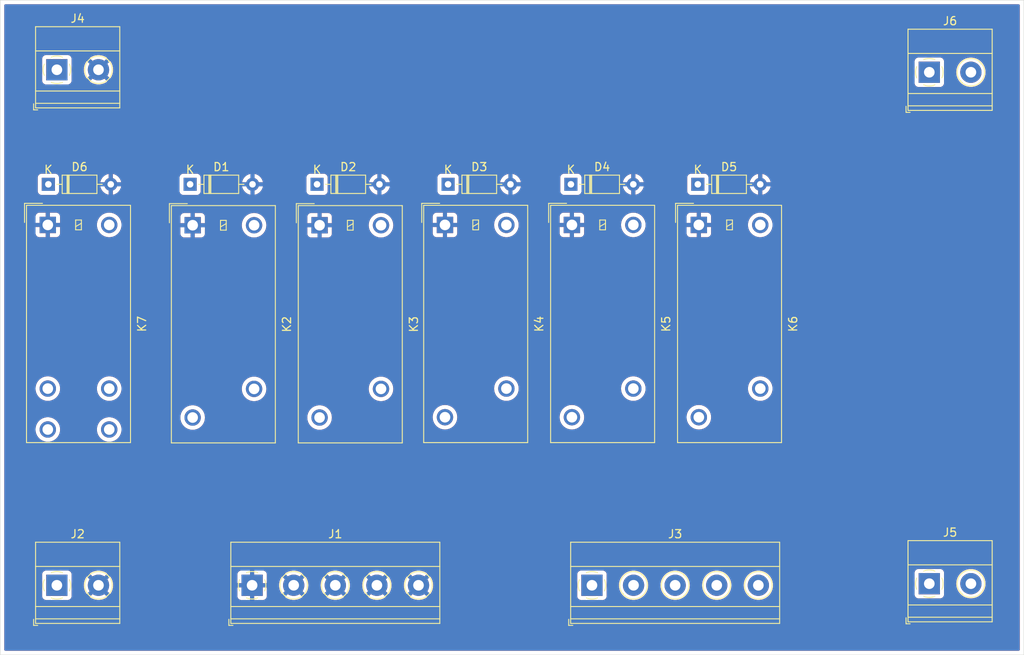
<source format=kicad_pcb>
(kicad_pcb (version 20240108) (generator "pcbnew") (generator_version "8.0")
  (layers (0 "F.Cu" signal) (31 "B.Cu" signal) (34 "B.Paste" user) (35 "F.Paste" user) (36 "B.SilkS" user "B.Silkscreen") (37 "F.SilkS" user "F.Silkscreen") (38 "B.Mask" user) (39 "F.Mask" user) (44 "Edge.Cuts" user))
  (net 0 "")
  (net 1 "/OUT_1")
  (net 2 "GND")
  (net 3 "Net-(F2-Pad1)")
  (net 4 "Net-(F3-Pad1)")
  (net 5 "/OUT_2")
  (net 6 "/OUT_3")
  (net 7 "Net-(F4-Pad1)")
  (net 8 "Net-(F5-Pad1)")
  (net 9 "/OUT_4")
  (net 10 "Net-(F6-Pad1)")
  (net 11 "/OUT_5")
  (net 12 "/+12v Sw")
  (net 13 "Net-(F7-Pad1)")
  (net 14 "Net-(F1-Pad1)")
  (net 15 "/+BATT Sw")
  (net 16 "+12V")
  (net 17 "+BATT")
  (net 18 "-BATT")
  (net 19 "Net-(D1-K)")
  (net 20 "Net-(D2-K)")
  (net 21 "Net-(D3-K)")
  (net 22 "Net-(D4-K)")
  (net 23 "Net-(D5-K)")
  (net 24 "Net-(D6-K)")
  (footprint "Relay_THT:Relay_SPST_Omron_G2RL-1A" (layer "F.Cu") (at 143.8125 75.4625)
    (property "Reference" "K5" (at 11.5 12.1 90) (layer "F.SilkS"))
    (property "Value" "Relay_SPST-NO")
    (fp_line (start -2.84 -2.64) (end -0.65 -2.64) (stroke (width 0.12)) (layer "F.SilkS"))
    (fp_line (start -2.84 -0.3) (end -2.84 -2.64) (stroke (width 0.12)) (layer "F.SilkS"))
    (fp_line (start -2.6 -2.4) (end -2.6 26.6) (stroke (width 0.12)) (layer "F.SilkS"))
    (fp_line (start -2.6 26.6) (end 10.1 26.6) (stroke (width 0.12)) (layer "F.SilkS"))
    (fp_line (start 3.4 -0.6) (end 3.4 0.6) (stroke (width 0.12)) (layer "F.SilkS"))
    (fp_line (start 3.4 0.2) (end 4.1 -0.2) (stroke (width 0.12)) (layer "F.SilkS"))
    (fp_line (start 3.4 0.6) (end 4.1 0.6) (stroke (width 0.12)) (layer "F.SilkS"))
    (fp_line (start 4.1 -0.6) (end 3.4 -0.6) (stroke (width 0.12)) (layer "F.SilkS"))
    (fp_line (start 4.1 0.6) (end 4.1 -0.6) (stroke (width 0.12)) (layer "F.SilkS"))
    (fp_line (start 10.1 -2.4) (end -2.6 -2.4) (stroke (width 0.12)) (layer "F.SilkS"))
    (fp_line (start 10.1 26.6) (end 10.1 -2.4) (stroke (width 0.12)) (layer "F.SilkS"))
    (pad "13" thru_hole circle (at 7.5 20) (size 2 2) (drill 1.3) (layers "*.Cu" "*.Mask") (net 8 "Net-(F5-Pad1)"))
    (pad "14" thru_hole circle (at 0 23.5) (size 2 2) (drill 1.3) (layers "*.Cu" "*.Mask") (net 9 "/OUT_4"))
    (pad "A1" thru_hole rect (at 0 0) (size 2 2) (drill 1.3) (layers "*.Cu" "*.Mask") (net 2 "GND"))
    (pad "A2" thru_hole circle (at 7.5 0) (size 2 2) (drill 1.3) (layers "*.Cu" "*.Mask") (net 22 "Net-(D4-K)"))
  )
  (footprint "TerminalBlock_Phoenix:TerminalBlock_Phoenix_MKDS-1,5-5-5.08_1x05_P5.08mm_Horizontal" (layer "F.Cu") (at 104.76 119.5)
    (property "Reference" "J1" (at 10.16 -6.26 0) (layer "F.SilkS"))
    (property "Value" "Screw_Terminal_01x05")
    (fp_line (start -2.84 4.16) (end -2.84 4.9) (stroke (width 0.12)) (layer "F.SilkS"))
    (fp_line (start -2.84 4.9) (end -2.34 4.9) (stroke (width 0.12)) (layer "F.SilkS"))
    (fp_line (start -2.6 -5.261) (end -2.6 4.66) (stroke (width 0.12)) (layer "F.SilkS"))
    (fp_line (start -2.6 -5.261) (end 22.92 -5.261) (stroke (width 0.12)) (layer "F.SilkS"))
    (fp_line (start -2.6 -2.301) (end 22.92 -2.301) (stroke (width 0.12)) (layer "F.SilkS"))
    (fp_line (start -2.6 2.6) (end 22.92 2.6) (stroke (width 0.12)) (layer "F.SilkS"))
    (fp_line (start -2.6 4.1) (end 22.92 4.1) (stroke (width 0.12)) (layer "F.SilkS"))
    (fp_line (start -2.6 4.66) (end 22.92 4.66) (stroke (width 0.12)) (layer "F.SilkS"))
    (fp_line (start 3.853 1.023) (end 3.806 1.069) (stroke (width 0.12)) (layer "F.SilkS"))
    (fp_line (start 4.046 1.239) (end 4.011 1.274) (stroke (width 0.12)) (layer "F.SilkS"))
    (fp_line (start 6.15 -1.275) (end 6.115 -1.239) (stroke (width 0.12)) (layer "F.SilkS"))
    (fp_line (start 6.355 -1.069) (end 6.308 -1.023) (stroke (width 0.12)) (layer "F.SilkS"))
    (fp_line (start 8.933 1.023) (end 8.886 1.069) (stroke (width 0.12)) (layer "F.SilkS"))
    (fp_line (start 9.126 1.239) (end 9.091 1.274) (stroke (width 0.12)) (layer "F.SilkS"))
    (fp_line (start 11.23 -1.275) (end 11.195 -1.239) (stroke (width 0.12)) (layer "F.SilkS"))
    (fp_line (start 11.435 -1.069) (end 11.388 -1.023) (stroke (width 0.12)) (layer "F.SilkS"))
    (fp_line (start 14.013 1.023) (end 13.966 1.069) (stroke (width 0.12)) (layer "F.SilkS"))
    (fp_line (start 14.206 1.239) (end 14.171 1.274) (stroke (width 0.12)) (layer "F.SilkS"))
    (fp_line (start 16.31 -1.275) (end 16.275 -1.239) (stroke (width 0.12)) (layer "F.SilkS"))
    (fp_line (start 16.515 -1.069) (end 16.468 -1.023) (stroke (width 0.12)) (layer "F.SilkS"))
    (fp_line (start 19.093 1.023) (end 19.046 1.069) (stroke (width 0.12)) (layer "F.SilkS"))
    (fp_line (start 19.286 1.239) (end 19.251 1.274) (stroke (width 0.12)) (layer "F.SilkS"))
    (fp_line (start 21.39 -1.275) (end 21.355 -1.239) (stroke (width 0.12)) (layer "F.SilkS"))
    (fp_line (start 21.595 -1.069) (end 21.548 -1.023) (stroke (width 0.12)) (layer "F.SilkS"))
    (fp_line (start 22.92 -5.261) (end 22.92 4.66) (stroke (width 0.12)) (layer "F.SilkS"))
    (fp_arc (start -1.535427 0.683042) (mid -1.680501 -0.000524) (end -1.535 -0.684) (stroke (width 0.12)) (layer "F.SilkS"))
    (fp_arc (start -0.683042 -1.535427) (mid 0.000524 -1.680501) (end 0.684 -1.535) (stroke (width 0.12)) (layer "F.SilkS"))
    (fp_arc (start 0.028805 1.680253) (mid -0.335551 1.646659) (end -0.684 1.535) (stroke (width 0.12)) (layer "F.SilkS"))
    (fp_arc (start 0.683318 1.534756) (mid 0.349292 1.643288) (end 0 1.68) (stroke (width 0.12)) (layer "F.SilkS"))
    (fp_arc (start 1.535427 -0.683042) (mid 1.680501 0.000524) (end 1.535 0.684) (stroke (width 0.12)) (layer "F.SilkS"))
    (fp_circle (center 5.08 0) (end 6.76 0) (stroke (width 0.12)) (fill none) (layer "F.SilkS"))
    (fp_circle (center 10.16 0) (end 11.84 0) (stroke (width 0.12)) (fill none) (layer "F.SilkS"))
    (fp_circle (center 15.24 0) (end 16.92 0) (stroke (width 0.12)) (fill none) (layer "F.SilkS"))
    (fp_circle (center 20.32 0) (end 22 0) (stroke (width 0.12)) (fill none) (layer "F.SilkS"))
    (pad "1" thru_hole rect (at 0 0) (size 2.6 2.6) (drill 1.3) (layers "*.Cu" "*.Mask") (net 2 "GND"))
    (pad "2" thru_hole circle (at 5.08 0) (size 2.6 2.6) (drill 1.3) (layers "*.Cu" "*.Mask") (net 2 "GND"))
    (pad "3" thru_hole circle (at 10.16 0) (size 2.6 2.6) (drill 1.3) (layers "*.Cu" "*.Mask") (net 2 "GND"))
    (pad "4" thru_hole circle (at 15.24 0) (size 2.6 2.6) (drill 1.3) (layers "*.Cu" "*.Mask") (net 2 "GND"))
    (pad "5" thru_hole circle (at 20.32 0) (size 2.6 2.6) (drill 1.3) (layers "*.Cu" "*.Mask") (net 2 "GND"))
  )
  (footprint "Diode_THT:D_DO-35_SOD27_P7.62mm_Horizontal" (layer "F.Cu") (at 159.19 70.5)
    (property "Reference" "D5" (at 3.81 -2.12 0) (layer "F.SilkS"))
    (property "Value" "1N4148")
    (fp_line (start 1.04 0) (end 1.69 0) (stroke (width 0.12)) (layer "F.SilkS"))
    (fp_line (start 1.69 -1.12) (end 1.69 1.12) (stroke (width 0.12)) (layer "F.SilkS"))
    (fp_line (start 1.69 1.12) (end 5.93 1.12) (stroke (width 0.12)) (layer "F.SilkS"))
    (fp_line (start 2.29 -1.12) (end 2.29 1.12) (stroke (width 0.12)) (layer "F.SilkS"))
    (fp_line (start 2.41 -1.12) (end 2.41 1.12) (stroke (width 0.12)) (layer "F.SilkS"))
    (fp_line (start 2.53 -1.12) (end 2.53 1.12) (stroke (width 0.12)) (layer "F.SilkS"))
    (fp_line (start 5.93 -1.12) (end 1.69 -1.12) (stroke (width 0.12)) (layer "F.SilkS"))
    (fp_line (start 5.93 1.12) (end 5.93 -1.12) (stroke (width 0.12)) (layer "F.SilkS"))
    (fp_line (start 6.58 0) (end 5.93 0) (stroke (width 0.12)) (layer "F.SilkS"))
    (fp_text user "K" (at 0 -1.8 0) (layer "F.SilkS"))
    (pad "1" thru_hole rect (at 0 0) (size 1.6 1.6) (drill 0.8) (layers "*.Cu" "*.Mask") (net 23 "Net-(D5-K)"))
    (pad "2" thru_hole oval (at 7.62 0) (size 1.6 1.6) (drill 0.8) (layers "*.Cu" "*.Mask") (net 2 "GND"))
  )
  (footprint "Relay_THT:Relay_SPST_Omron_G2RL-1A" (layer "F.Cu") (at 159.3125 75.4625)
    (property "Reference" "K6" (at 11.5 12.1 90) (layer "F.SilkS"))
    (property "Value" "Relay_SPST-NO")
    (fp_line (start -2.84 -2.64) (end -0.65 -2.64) (stroke (width 0.12)) (layer "F.SilkS"))
    (fp_line (start -2.84 -0.3) (end -2.84 -2.64) (stroke (width 0.12)) (layer "F.SilkS"))
    (fp_line (start -2.6 -2.4) (end -2.6 26.6) (stroke (width 0.12)) (layer "F.SilkS"))
    (fp_line (start -2.6 26.6) (end 10.1 26.6) (stroke (width 0.12)) (layer "F.SilkS"))
    (fp_line (start 3.4 -0.6) (end 3.4 0.6) (stroke (width 0.12)) (layer "F.SilkS"))
    (fp_line (start 3.4 0.2) (end 4.1 -0.2) (stroke (width 0.12)) (layer "F.SilkS"))
    (fp_line (start 3.4 0.6) (end 4.1 0.6) (stroke (width 0.12)) (layer "F.SilkS"))
    (fp_line (start 4.1 -0.6) (end 3.4 -0.6) (stroke (width 0.12)) (layer "F.SilkS"))
    (fp_line (start 4.1 0.6) (end 4.1 -0.6) (stroke (width 0.12)) (layer "F.SilkS"))
    (fp_line (start 10.1 -2.4) (end -2.6 -2.4) (stroke (width 0.12)) (layer "F.SilkS"))
    (fp_line (start 10.1 26.6) (end 10.1 -2.4) (stroke (width 0.12)) (layer "F.SilkS"))
    (pad "13" thru_hole circle (at 7.5 20) (size 2 2) (drill 1.3) (layers "*.Cu" "*.Mask") (net 10 "Net-(F6-Pad1)"))
    (pad "14" thru_hole circle (at 0 23.5) (size 2 2) (drill 1.3) (layers "*.Cu" "*.Mask") (net 11 "/OUT_5"))
    (pad "A1" thru_hole rect (at 0 0) (size 2 2) (drill 1.3) (layers "*.Cu" "*.Mask") (net 2 "GND"))
    (pad "A2" thru_hole circle (at 7.5 0) (size 2 2) (drill 1.3) (layers "*.Cu" "*.Mask") (net 23 "Net-(D5-K)"))
  )
  (footprint "TerminalBlock_Phoenix:TerminalBlock_Phoenix_MKDS-1,5-2-5.08_1x02_P5.08mm_Horizontal" (layer "F.Cu") (at 80.92 119.5)
    (property "Reference" "J2" (at 2.54 -6.26 0) (layer "F.SilkS"))
    (property "Value" "Screw_Terminal_01x02")
    (fp_line (start -2.84 4.16) (end -2.84 4.9) (stroke (width 0.12)) (layer "F.SilkS"))
    (fp_line (start -2.84 4.9) (end -2.34 4.9) (stroke (width 0.12)) (layer "F.SilkS"))
    (fp_line (start -2.6 -5.261) (end -2.6 4.66) (stroke (width 0.12)) (layer "F.SilkS"))
    (fp_line (start -2.6 -5.261) (end 7.68 -5.261) (stroke (width 0.12)) (layer "F.SilkS"))
    (fp_line (start -2.6 -2.301) (end 7.68 -2.301) (stroke (width 0.12)) (layer "F.SilkS"))
    (fp_line (start -2.6 2.6) (end 7.68 2.6) (stroke (width 0.12)) (layer "F.SilkS"))
    (fp_line (start -2.6 4.1) (end 7.68 4.1) (stroke (width 0.12)) (layer "F.SilkS"))
    (fp_line (start -2.6 4.66) (end 7.68 4.66) (stroke (width 0.12)) (layer "F.SilkS"))
    (fp_line (start 3.853 1.023) (end 3.806 1.069) (stroke (width 0.12)) (layer "F.SilkS"))
    (fp_line (start 4.046 1.239) (end 4.011 1.274) (stroke (width 0.12)) (layer "F.SilkS"))
    (fp_line (start 6.15 -1.275) (end 6.115 -1.239) (stroke (width 0.12)) (layer "F.SilkS"))
    (fp_line (start 6.355 -1.069) (end 6.308 -1.023) (stroke (width 0.12)) (layer "F.SilkS"))
    (fp_line (start 7.68 -5.261) (end 7.68 4.66) (stroke (width 0.12)) (layer "F.SilkS"))
    (fp_arc (start -1.535427 0.683042) (mid -1.680501 -0.000524) (end -1.535 -0.684) (stroke (width 0.12)) (layer "F.SilkS"))
    (fp_arc (start -0.683042 -1.535427) (mid 0.000524 -1.680501) (end 0.684 -1.535) (stroke (width 0.12)) (layer "F.SilkS"))
    (fp_arc (start 0.028805 1.680253) (mid -0.335551 1.646659) (end -0.684 1.535) (stroke (width 0.12)) (layer "F.SilkS"))
    (fp_arc (start 0.683318 1.534756) (mid 0.349292 1.643288) (end 0 1.68) (stroke (width 0.12)) (layer "F.SilkS"))
    (fp_arc (start 1.535427 -0.683042) (mid 1.680501 0.000524) (end 1.535 0.684) (stroke (width 0.12)) (layer "F.SilkS"))
    (fp_circle (center 5.08 0) (end 6.76 0) (stroke (width 0.12)) (fill none) (layer "F.SilkS"))
    (pad "1" thru_hole rect (at 0 0) (size 2.6 2.6) (drill 1.3) (layers "*.Cu" "*.Mask") (net 16 "+12V"))
    (pad "2" thru_hole circle (at 5.08 0) (size 2.6 2.6) (drill 1.3) (layers "*.Cu" "*.Mask") (net 2 "GND"))
  )
  (footprint "TerminalBlock_Phoenix:TerminalBlock_Phoenix_MKDS-1,5-2-5.08_1x02_P5.08mm_Horizontal" (layer "F.Cu") (at 80.92 56.5)
    (property "Reference" "J4" (at 2.54 -6.26 0) (layer "F.SilkS"))
    (property "Value" "Screw_Terminal_01x02")
    (fp_line (start -2.84 4.16) (end -2.84 4.9) (stroke (width 0.12)) (layer "F.SilkS"))
    (fp_line (start -2.84 4.9) (end -2.34 4.9) (stroke (width 0.12)) (layer "F.SilkS"))
    (fp_line (start -2.6 -5.261) (end -2.6 4.66) (stroke (width 0.12)) (layer "F.SilkS"))
    (fp_line (start -2.6 -5.261) (end 7.68 -5.261) (stroke (width 0.12)) (layer "F.SilkS"))
    (fp_line (start -2.6 -2.301) (end 7.68 -2.301) (stroke (width 0.12)) (layer "F.SilkS"))
    (fp_line (start -2.6 2.6) (end 7.68 2.6) (stroke (width 0.12)) (layer "F.SilkS"))
    (fp_line (start -2.6 4.1) (end 7.68 4.1) (stroke (width 0.12)) (layer "F.SilkS"))
    (fp_line (start -2.6 4.66) (end 7.68 4.66) (stroke (width 0.12)) (layer "F.SilkS"))
    (fp_line (start 3.853 1.023) (end 3.806 1.069) (stroke (width 0.12)) (layer "F.SilkS"))
    (fp_line (start 4.046 1.239) (end 4.011 1.274) (stroke (width 0.12)) (layer "F.SilkS"))
    (fp_line (start 6.15 -1.275) (end 6.115 -1.239) (stroke (width 0.12)) (layer "F.SilkS"))
    (fp_line (start 6.355 -1.069) (end 6.308 -1.023) (stroke (width 0.12)) (layer "F.SilkS"))
    (fp_line (start 7.68 -5.261) (end 7.68 4.66) (stroke (width 0.12)) (layer "F.SilkS"))
    (fp_arc (start -1.535427 0.683042) (mid -1.680501 -0.000524) (end -1.535 -0.684) (stroke (width 0.12)) (layer "F.SilkS"))
    (fp_arc (start -0.683042 -1.535427) (mid 0.000524 -1.680501) (end 0.684 -1.535) (stroke (width 0.12)) (layer "F.SilkS"))
    (fp_arc (start 0.028805 1.680253) (mid -0.335551 1.646659) (end -0.684 1.535) (stroke (width 0.12)) (layer "F.SilkS"))
    (fp_arc (start 0.683318 1.534756) (mid 0.349292 1.643288) (end 0 1.68) (stroke (width 0.12)) (layer "F.SilkS"))
    (fp_arc (start 1.535427 -0.683042) (mid 1.680501 0.000524) (end 1.535 0.684) (stroke (width 0.12)) (layer "F.SilkS"))
    (fp_circle (center 5.08 0) (end 6.76 0) (stroke (width 0.12)) (fill none) (layer "F.SilkS"))
    (pad "1" thru_hole rect (at 0 0) (size 2.6 2.6) (drill 1.3) (layers "*.Cu" "*.Mask") (net 12 "/+12v Sw"))
    (pad "2" thru_hole circle (at 5.08 0) (size 2.6 2.6) (drill 1.3) (layers "*.Cu" "*.Mask") (net 2 "GND"))
  )
  (footprint "Diode_THT:D_DO-35_SOD27_P7.62mm_Horizontal" (layer "F.Cu") (at 79.88 70.5)
    (property "Reference" "D6" (at 3.81 -2.12 0) (layer "F.SilkS"))
    (property "Value" "1N4148")
    (fp_line (start 1.04 0) (end 1.69 0) (stroke (width 0.12)) (layer "F.SilkS"))
    (fp_line (start 1.69 -1.12) (end 1.69 1.12) (stroke (width 0.12)) (layer "F.SilkS"))
    (fp_line (start 1.69 1.12) (end 5.93 1.12) (stroke (width 0.12)) (layer "F.SilkS"))
    (fp_line (start 2.29 -1.12) (end 2.29 1.12) (stroke (width 0.12)) (layer "F.SilkS"))
    (fp_line (start 2.41 -1.12) (end 2.41 1.12) (stroke (width 0.12)) (layer "F.SilkS"))
    (fp_line (start 2.53 -1.12) (end 2.53 1.12) (stroke (width 0.12)) (layer "F.SilkS"))
    (fp_line (start 5.93 -1.12) (end 1.69 -1.12) (stroke (width 0.12)) (layer "F.SilkS"))
    (fp_line (start 5.93 1.12) (end 5.93 -1.12) (stroke (width 0.12)) (layer "F.SilkS"))
    (fp_line (start 6.58 0) (end 5.93 0) (stroke (width 0.12)) (layer "F.SilkS"))
    (fp_text user "K" (at 0 -1.8 0) (layer "F.SilkS"))
    (pad "1" thru_hole rect (at 0 0) (size 1.6 1.6) (drill 0.8) (layers "*.Cu" "*.Mask") (net 24 "Net-(D6-K)"))
    (pad "2" thru_hole oval (at 7.62 0) (size 1.6 1.6) (drill 0.8) (layers "*.Cu" "*.Mask") (net 2 "GND"))
  )
  (footprint "TerminalBlock_Phoenix:TerminalBlock_Phoenix_MKDS-1,5-2-5.08_1x02_P5.08mm_Horizontal" (layer "F.Cu") (at 187.455 119.305)
    (property "Reference" "J5" (at 2.54 -6.26 0) (layer "F.SilkS"))
    (property "Value" "Screw_Terminal_01x02")
    (fp_line (start -2.84 4.16) (end -2.84 4.9) (stroke (width 0.12)) (layer "F.SilkS"))
    (fp_line (start -2.84 4.9) (end -2.34 4.9) (stroke (width 0.12)) (layer "F.SilkS"))
    (fp_line (start -2.6 -5.261) (end -2.6 4.66) (stroke (width 0.12)) (layer "F.SilkS"))
    (fp_line (start -2.6 -5.261) (end 7.68 -5.261) (stroke (width 0.12)) (layer "F.SilkS"))
    (fp_line (start -2.6 -2.301) (end 7.68 -2.301) (stroke (width 0.12)) (layer "F.SilkS"))
    (fp_line (start -2.6 2.6) (end 7.68 2.6) (stroke (width 0.12)) (layer "F.SilkS"))
    (fp_line (start -2.6 4.1) (end 7.68 4.1) (stroke (width 0.12)) (layer "F.SilkS"))
    (fp_line (start -2.6 4.66) (end 7.68 4.66) (stroke (width 0.12)) (layer "F.SilkS"))
    (fp_line (start 3.853 1.023) (end 3.806 1.069) (stroke (width 0.12)) (layer "F.SilkS"))
    (fp_line (start 4.046 1.239) (end 4.011 1.274) (stroke (width 0.12)) (layer "F.SilkS"))
    (fp_line (start 6.15 -1.275) (end 6.115 -1.239) (stroke (width 0.12)) (layer "F.SilkS"))
    (fp_line (start 6.355 -1.069) (end 6.308 -1.023) (stroke (width 0.12)) (layer "F.SilkS"))
    (fp_line (start 7.68 -5.261) (end 7.68 4.66) (stroke (width 0.12)) (layer "F.SilkS"))
    (fp_arc (start -1.535427 0.683042) (mid -1.680501 -0.000524) (end -1.535 -0.684) (stroke (width 0.12)) (layer "F.SilkS"))
    (fp_arc (start -0.683042 -1.535427) (mid 0.000524 -1.680501) (end 0.684 -1.535) (stroke (width 0.12)) (layer "F.SilkS"))
    (fp_arc (start 0.028805 1.680253) (mid -0.335551 1.646659) (end -0.684 1.535) (stroke (width 0.12)) (layer "F.SilkS"))
    (fp_arc (start 0.683318 1.534756) (mid 0.349292 1.643288) (end 0 1.68) (stroke (width 0.12)) (layer "F.SilkS"))
    (fp_arc (start 1.535427 -0.683042) (mid 1.680501 0.000524) (end 1.535 0.684) (stroke (width 0.12)) (layer "F.SilkS"))
    (fp_circle (center 5.08 0) (end 6.76 0) (stroke (width 0.12)) (fill none) (layer "F.SilkS"))
    (pad "1" thru_hole rect (at 0 0) (size 2.6 2.6) (drill 1.3) (layers "*.Cu" "*.Mask") (net 17 "+BATT"))
    (pad "2" thru_hole circle (at 5.08 0) (size 2.6 2.6) (drill 1.3) (layers "*.Cu" "*.Mask") (net 18 "-BATT"))
  )
  (footprint "TerminalBlock_Phoenix:TerminalBlock_Phoenix_MKDS-1,5-2-5.08_1x02_P5.08mm_Horizontal" (layer "F.Cu") (at 187.455 56.805)
    (property "Reference" "J6" (at 2.54 -6.26 0) (layer "F.SilkS"))
    (property "Value" "Screw_Terminal_01x02")
    (fp_line (start -2.84 4.16) (end -2.84 4.9) (stroke (width 0.12)) (layer "F.SilkS"))
    (fp_line (start -2.84 4.9) (end -2.34 4.9) (stroke (width 0.12)) (layer "F.SilkS"))
    (fp_line (start -2.6 -5.261) (end -2.6 4.66) (stroke (width 0.12)) (layer "F.SilkS"))
    (fp_line (start -2.6 -5.261) (end 7.68 -5.261) (stroke (width 0.12)) (layer "F.SilkS"))
    (fp_line (start -2.6 -2.301) (end 7.68 -2.301) (stroke (width 0.12)) (layer "F.SilkS"))
    (fp_line (start -2.6 2.6) (end 7.68 2.6) (stroke (width 0.12)) (layer "F.SilkS"))
    (fp_line (start -2.6 4.1) (end 7.68 4.1) (stroke (width 0.12)) (layer "F.SilkS"))
    (fp_line (start -2.6 4.66) (end 7.68 4.66) (stroke (width 0.12)) (layer "F.SilkS"))
    (fp_line (start 3.853 1.023) (end 3.806 1.069) (stroke (width 0.12)) (layer "F.SilkS"))
    (fp_line (start 4.046 1.239) (end 4.011 1.274) (stroke (width 0.12)) (layer "F.SilkS"))
    (fp_line (start 6.15 -1.275) (end 6.115 -1.239) (stroke (width 0.12)) (layer "F.SilkS"))
    (fp_line (start 6.355 -1.069) (end 6.308 -1.023) (stroke (width 0.12)) (layer "F.SilkS"))
    (fp_line (start 7.68 -5.261) (end 7.68 4.66) (stroke (width 0.12)) (layer "F.SilkS"))
    (fp_arc (start -1.535427 0.683042) (mid -1.680501 -0.000524) (end -1.535 -0.684) (stroke (width 0.12)) (layer "F.SilkS"))
    (fp_arc (start -0.683042 -1.535427) (mid 0.000524 -1.680501) (end 0.684 -1.535) (stroke (width 0.12)) (layer "F.SilkS"))
    (fp_arc (start 0.028805 1.680253) (mid -0.335551 1.646659) (end -0.684 1.535) (stroke (width 0.12)) (layer "F.SilkS"))
    (fp_arc (start 0.683318 1.534756) (mid 0.349292 1.643288) (end 0 1.68) (stroke (width 0.12)) (layer "F.SilkS"))
    (fp_arc (start 1.535427 -0.683042) (mid 1.680501 0.000524) (end 1.535 0.684) (stroke (width 0.12)) (layer "F.SilkS"))
    (fp_circle (center 5.08 0) (end 6.76 0) (stroke (width 0.12)) (fill none) (layer "F.SilkS"))
    (pad "1" thru_hole rect (at 0 0) (size 2.6 2.6) (drill 1.3) (layers "*.Cu" "*.Mask") (net 15 "/+BATT Sw"))
    (pad "2" thru_hole circle (at 5.08 0) (size 2.6 2.6) (drill 1.3) (layers "*.Cu" "*.Mask") (net 18 "-BATT"))
  )
  (footprint "Relay_THT:Relay_DPST_Omron_G2RL-2A" (layer "F.Cu") (at 79.8125 75.4625)
    (property "Reference" "K7" (at 11.5 12.1 90) (layer "F.SilkS"))
    (property "Value" "Relay_DPST-NO")
    (fp_line (start -2.84 -2.64) (end -0.65 -2.64) (stroke (width 0.12)) (layer "F.SilkS"))
    (fp_line (start -2.84 -0.3) (end -2.84 -2.64) (stroke (width 0.12)) (layer "F.SilkS"))
    (fp_line (start -2.6 -2.4) (end -2.6 26.6) (stroke (width 0.12)) (layer "F.SilkS"))
    (fp_line (start -2.6 26.6) (end 10.1 26.6) (stroke (width 0.12)) (layer "F.SilkS"))
    (fp_line (start 3.4 -0.6) (end 3.4 0.6) (stroke (width 0.12)) (layer "F.SilkS"))
    (fp_line (start 3.4 0.2) (end 4.1 -0.2) (stroke (width 0.12)) (layer "F.SilkS"))
    (fp_line (start 3.4 0.6) (end 4.1 0.6) (stroke (width 0.12)) (layer "F.SilkS"))
    (fp_line (start 4.1 -0.6) (end 3.4 -0.6) (stroke (width 0.12)) (layer "F.SilkS"))
    (fp_line (start 4.1 0.6) (end 4.1 -0.6) (stroke (width 0.12)) (layer "F.SilkS"))
    (fp_line (start 10.1 -2.4) (end -2.6 -2.4) (stroke (width 0.12)) (layer "F.SilkS"))
    (fp_line (start 10.1 26.6) (end 10.1 -2.4) (stroke (width 0.12)) (layer "F.SilkS"))
    (pad "13" thru_hole circle (at 0 20) (size 2 2) (drill 1.3) (layers "*.Cu" "*.Mask") (net 13 "Net-(F7-Pad1)"))
    (pad "14" thru_hole circle (at 0 25) (size 2 2) (drill 1.3) (layers "*.Cu" "*.Mask") (net 15 "/+BATT Sw"))
    (pad "23" thru_hole circle (at 7.5 20) (size 2 2) (drill 1.3) (layers "*.Cu" "*.Mask") (net 14 "Net-(F1-Pad1)"))
    (pad "24" thru_hole circle (at 7.5 25) (size 2 2) (drill 1.3) (layers "*.Cu" "*.Mask") (net 12 "/+12v Sw"))
    (pad "A1" thru_hole rect (at 0 0) (size 2 2) (drill 1.3) (layers "*.Cu" "*.Mask") (net 2 "GND"))
    (pad "A2" thru_hole circle (at 7.5 0) (size 2 2) (drill 1.3) (layers "*.Cu" "*.Mask") (net 24 "Net-(D6-K)"))
  )
  (footprint "Relay_THT:Relay_SPST_Omron_G2RL-1A" (layer "F.Cu") (at 97.5 75.5)
    (property "Reference" "K2" (at 11.5 12.1 90) (layer "F.SilkS"))
    (property "Value" "Relay_SPST-NO")
    (fp_line (start -2.84 -2.64) (end -0.65 -2.64) (stroke (width 0.12)) (layer "F.SilkS"))
    (fp_line (start -2.84 -0.3) (end -2.84 -2.64) (stroke (width 0.12)) (layer "F.SilkS"))
    (fp_line (start -2.6 -2.4) (end -2.6 26.6) (stroke (width 0.12)) (layer "F.SilkS"))
    (fp_line (start -2.6 26.6) (end 10.1 26.6) (stroke (width 0.12)) (layer "F.SilkS"))
    (fp_line (start 3.4 -0.6) (end 3.4 0.6) (stroke (width 0.12)) (layer "F.SilkS"))
    (fp_line (start 3.4 0.2) (end 4.1 -0.2) (stroke (width 0.12)) (layer "F.SilkS"))
    (fp_line (start 3.4 0.6) (end 4.1 0.6) (stroke (width 0.12)) (layer "F.SilkS"))
    (fp_line (start 4.1 -0.6) (end 3.4 -0.6) (stroke (width 0.12)) (layer "F.SilkS"))
    (fp_line (start 4.1 0.6) (end 4.1 -0.6) (stroke (width 0.12)) (layer "F.SilkS"))
    (fp_line (start 10.1 -2.4) (end -2.6 -2.4) (stroke (width 0.12)) (layer "F.SilkS"))
    (fp_line (start 10.1 26.6) (end 10.1 -2.4) (stroke (width 0.12)) (layer "F.SilkS"))
    (pad "13" thru_hole circle (at 7.5 20) (size 2 2) (drill 1.3) (layers "*.Cu" "*.Mask") (net 3 "Net-(F2-Pad1)"))
    (pad "14" thru_hole circle (at 0 23.5) (size 2 2) (drill 1.3) (layers "*.Cu" "*.Mask") (net 1 "/OUT_1"))
    (pad "A1" thru_hole rect (at 0 0) (size 2 2) (drill 1.3) (layers "*.Cu" "*.Mask") (net 2 "GND"))
    (pad "A2" thru_hole circle (at 7.5 0) (size 2 2) (drill 1.3) (layers "*.Cu" "*.Mask") (net 19 "Net-(D1-K)"))
  )
  (footprint "Diode_THT:D_DO-35_SOD27_P7.62mm_Horizontal" (layer "F.Cu") (at 143.69 70.5)
    (property "Reference" "D4" (at 3.81 -2.12 0) (layer "F.SilkS"))
    (property "Value" "1N4148")
    (fp_line (start 1.04 0) (end 1.69 0) (stroke (width 0.12)) (layer "F.SilkS"))
    (fp_line (start 1.69 -1.12) (end 1.69 1.12) (stroke (width 0.12)) (layer "F.SilkS"))
    (fp_line (start 1.69 1.12) (end 5.93 1.12) (stroke (width 0.12)) (layer "F.SilkS"))
    (fp_line (start 2.29 -1.12) (end 2.29 1.12) (stroke (width 0.12)) (layer "F.SilkS"))
    (fp_line (start 2.41 -1.12) (end 2.41 1.12) (stroke (width 0.12)) (layer "F.SilkS"))
    (fp_line (start 2.53 -1.12) (end 2.53 1.12) (stroke (width 0.12)) (layer "F.SilkS"))
    (fp_line (start 5.93 -1.12) (end 1.69 -1.12) (stroke (width 0.12)) (layer "F.SilkS"))
    (fp_line (start 5.93 1.12) (end 5.93 -1.12) (stroke (width 0.12)) (layer "F.SilkS"))
    (fp_line (start 6.58 0) (end 5.93 0) (stroke (width 0.12)) (layer "F.SilkS"))
    (fp_text user "K" (at 0 -1.8 0) (layer "F.SilkS"))
    (pad "1" thru_hole rect (at 0 0) (size 1.6 1.6) (drill 0.8) (layers "*.Cu" "*.Mask") (net 22 "Net-(D4-K)"))
    (pad "2" thru_hole oval (at 7.62 0) (size 1.6 1.6) (drill 0.8) (layers "*.Cu" "*.Mask") (net 2 "GND"))
  )
  (footprint "Relay_THT:Relay_SPST_Omron_G2RL-1A" (layer "F.Cu") (at 113 75.5)
    (property "Reference" "K3" (at 11.5 12.1 90) (layer "F.SilkS"))
    (property "Value" "Relay_SPST-NO")
    (fp_line (start -2.84 -2.64) (end -0.65 -2.64) (stroke (width 0.12)) (layer "F.SilkS"))
    (fp_line (start -2.84 -0.3) (end -2.84 -2.64) (stroke (width 0.12)) (layer "F.SilkS"))
    (fp_line (start -2.6 -2.4) (end -2.6 26.6) (stroke (width 0.12)) (layer "F.SilkS"))
    (fp_line (start -2.6 26.6) (end 10.1 26.6) (stroke (width 0.12)) (layer "F.SilkS"))
    (fp_line (start 3.4 -0.6) (end 3.4 0.6) (stroke (width 0.12)) (layer "F.SilkS"))
    (fp_line (start 3.4 0.2) (end 4.1 -0.2) (stroke (width 0.12)) (layer "F.SilkS"))
    (fp_line (start 3.4 0.6) (end 4.1 0.6) (stroke (width 0.12)) (layer "F.SilkS"))
    (fp_line (start 4.1 -0.6) (end 3.4 -0.6) (stroke (width 0.12)) (layer "F.SilkS"))
    (fp_line (start 4.1 0.6) (end 4.1 -0.6) (stroke (width 0.12)) (layer "F.SilkS"))
    (fp_line (start 10.1 -2.4) (end -2.6 -2.4) (stroke (width 0.12)) (layer "F.SilkS"))
    (fp_line (start 10.1 26.6) (end 10.1 -2.4) (stroke (width 0.12)) (layer "F.SilkS"))
    (pad "13" thru_hole circle (at 7.5 20) (size 2 2) (drill 1.3) (layers "*.Cu" "*.Mask") (net 4 "Net-(F3-Pad1)"))
    (pad "14" thru_hole circle (at 0 23.5) (size 2 2) (drill 1.3) (layers "*.Cu" "*.Mask") (net 5 "/OUT_2"))
    (pad "A1" thru_hole rect (at 0 0) (size 2 2) (drill 1.3) (layers "*.Cu" "*.Mask") (net 2 "GND"))
    (pad "A2" thru_hole circle (at 7.5 0) (size 2 2) (drill 1.3) (layers "*.Cu" "*.Mask") (net 20 "Net-(D2-K)"))
  )
  (footprint "Diode_THT:D_DO-35_SOD27_P7.62mm_Horizontal" (layer "F.Cu") (at 112.69 70.5)
    (property "Reference" "D2" (at 3.81 -2.12 0) (layer "F.SilkS"))
    (property "Value" "1N4148")
    (fp_line (start 1.04 0) (end 1.69 0) (stroke (width 0.12)) (layer "F.SilkS"))
    (fp_line (start 1.69 -1.12) (end 1.69 1.12) (stroke (width 0.12)) (layer "F.SilkS"))
    (fp_line (start 1.69 1.12) (end 5.93 1.12) (stroke (width 0.12)) (layer "F.SilkS"))
    (fp_line (start 2.29 -1.12) (end 2.29 1.12) (stroke (width 0.12)) (layer "F.SilkS"))
    (fp_line (start 2.41 -1.12) (end 2.41 1.12) (stroke (width 0.12)) (layer "F.SilkS"))
    (fp_line (start 2.53 -1.12) (end 2.53 1.12) (stroke (width 0.12)) (layer "F.SilkS"))
    (fp_line (start 5.93 -1.12) (end 1.69 -1.12) (stroke (width 0.12)) (layer "F.SilkS"))
    (fp_line (start 5.93 1.12) (end 5.93 -1.12) (stroke (width 0.12)) (layer "F.SilkS"))
    (fp_line (start 6.58 0) (end 5.93 0) (stroke (width 0.12)) (layer "F.SilkS"))
    (fp_text user "K" (at 0 -1.8 0) (layer "F.SilkS"))
    (pad "1" thru_hole rect (at 0 0) (size 1.6 1.6) (drill 0.8) (layers "*.Cu" "*.Mask") (net 20 "Net-(D2-K)"))
    (pad "2" thru_hole oval (at 7.62 0) (size 1.6 1.6) (drill 0.8) (layers "*.Cu" "*.Mask") (net 2 "GND"))
  )
  (footprint "Diode_THT:D_DO-35_SOD27_P7.62mm_Horizontal" (layer "F.Cu") (at 128.69 70.5)
    (property "Reference" "D3" (at 3.81 -2.12 0) (layer "F.SilkS"))
    (property "Value" "1N4148")
    (fp_line (start 1.04 0) (end 1.69 0) (stroke (width 0.12)) (layer "F.SilkS"))
    (fp_line (start 1.69 -1.12) (end 1.69 1.12) (stroke (width 0.12)) (layer "F.SilkS"))
    (fp_line (start 1.69 1.12) (end 5.93 1.12) (stroke (width 0.12)) (layer "F.SilkS"))
    (fp_line (start 2.29 -1.12) (end 2.29 1.12) (stroke (width 0.12)) (layer "F.SilkS"))
    (fp_line (start 2.41 -1.12) (end 2.41 1.12) (stroke (width 0.12)) (layer "F.SilkS"))
    (fp_line (start 2.53 -1.12) (end 2.53 1.12) (stroke (width 0.12)) (layer "F.SilkS"))
    (fp_line (start 5.93 -1.12) (end 1.69 -1.12) (stroke (width 0.12)) (layer "F.SilkS"))
    (fp_line (start 5.93 1.12) (end 5.93 -1.12) (stroke (width 0.12)) (layer "F.SilkS"))
    (fp_line (start 6.58 0) (end 5.93 0) (stroke (width 0.12)) (layer "F.SilkS"))
    (fp_text user "K" (at 0 -1.8 0) (layer "F.SilkS"))
    (pad "1" thru_hole rect (at 0 0) (size 1.6 1.6) (drill 0.8) (layers "*.Cu" "*.Mask") (net 21 "Net-(D3-K)"))
    (pad "2" thru_hole oval (at 7.62 0) (size 1.6 1.6) (drill 0.8) (layers "*.Cu" "*.Mask") (net 2 "GND"))
  )
  (footprint "Diode_THT:D_DO-35_SOD27_P7.62mm_Horizontal" (layer "F.Cu") (at 97.19 70.5)
    (property "Reference" "D1" (at 3.81 -2.12 0) (layer "F.SilkS"))
    (property "Value" "1N4148")
    (fp_line (start 1.04 0) (end 1.69 0) (stroke (width 0.12)) (layer "F.SilkS"))
    (fp_line (start 1.69 -1.12) (end 1.69 1.12) (stroke (width 0.12)) (layer "F.SilkS"))
    (fp_line (start 1.69 1.12) (end 5.93 1.12) (stroke (width 0.12)) (layer "F.SilkS"))
    (fp_line (start 2.29 -1.12) (end 2.29 1.12) (stroke (width 0.12)) (layer "F.SilkS"))
    (fp_line (start 2.41 -1.12) (end 2.41 1.12) (stroke (width 0.12)) (layer "F.SilkS"))
    (fp_line (start 2.53 -1.12) (end 2.53 1.12) (stroke (width 0.12)) (layer "F.SilkS"))
    (fp_line (start 5.93 -1.12) (end 1.69 -1.12) (stroke (width 0.12)) (layer "F.SilkS"))
    (fp_line (start 5.93 1.12) (end 5.93 -1.12) (stroke (width 0.12)) (layer "F.SilkS"))
    (fp_line (start 6.58 0) (end 5.93 0) (stroke (width 0.12)) (layer "F.SilkS"))
    (fp_text user "K" (at 0 -1.8 0) (layer "F.SilkS"))
    (pad "1" thru_hole rect (at 0 0) (size 1.6 1.6) (drill 0.8) (layers "*.Cu" "*.Mask") (net 19 "Net-(D1-K)"))
    (pad "2" thru_hole oval (at 7.62 0) (size 1.6 1.6) (drill 0.8) (layers "*.Cu" "*.Mask") (net 2 "GND"))
  )
  (footprint "Relay_THT:Relay_SPST_Omron_G2RL-1A" (layer "F.Cu") (at 128.3125 75.4625)
    (property "Reference" "K4" (at 11.5 12.1 90) (layer "F.SilkS"))
    (property "Value" "Relay_SPST-NO")
    (fp_line (start -2.84 -2.64) (end -0.65 -2.64) (stroke (width 0.12)) (layer "F.SilkS"))
    (fp_line (start -2.84 -0.3) (end -2.84 -2.64) (stroke (width 0.12)) (layer "F.SilkS"))
    (fp_line (start -2.6 -2.4) (end -2.6 26.6) (stroke (width 0.12)) (layer "F.SilkS"))
    (fp_line (start -2.6 26.6) (end 10.1 26.6) (stroke (width 0.12)) (layer "F.SilkS"))
    (fp_line (start 3.4 -0.6) (end 3.4 0.6) (stroke (width 0.12)) (layer "F.SilkS"))
    (fp_line (start 3.4 0.2) (end 4.1 -0.2) (stroke (width 0.12)) (layer "F.SilkS"))
    (fp_line (start 3.4 0.6) (end 4.1 0.6) (stroke (width 0.12)) (layer "F.SilkS"))
    (fp_line (start 4.1 -0.6) (end 3.4 -0.6) (stroke (width 0.12)) (layer "F.SilkS"))
    (fp_line (start 4.1 0.6) (end 4.1 -0.6) (stroke (width 0.12)) (layer "F.SilkS"))
    (fp_line (start 10.1 -2.4) (end -2.6 -2.4) (stroke (width 0.12)) (layer "F.SilkS"))
    (fp_line (start 10.1 26.6) (end 10.1 -2.4) (stroke (width 0.12)) (layer "F.SilkS"))
    (pad "13" thru_hole circle (at 7.5 20) (size 2 2) (drill 1.3) (layers "*.Cu" "*.Mask") (net 7 "Net-(F4-Pad1)"))
    (pad "14" thru_hole circle (at 0 23.5) (size 2 2) (drill 1.3) (layers "*.Cu" "*.Mask") (net 6 "/OUT_3"))
    (pad "A1" thru_hole rect (at 0 0) (size 2 2) (drill 1.3) (layers "*.Cu" "*.Mask") (net 2 "GND"))
    (pad "A2" thru_hole circle (at 7.5 0) (size 2 2) (drill 1.3) (layers "*.Cu" "*.Mask") (net 21 "Net-(D3-K)"))
  )
  (footprint "TerminalBlock_Phoenix:TerminalBlock_Phoenix_MKDS-1,5-5-5.08_1x05_P5.08mm_Horizontal" (layer "F.Cu") (at 146.26 119.5)
    (property "Reference" "J3" (at 10.16 -6.26 0) (layer "F.SilkS"))
    (property "Value" "Screw_Terminal_01x05")
    (fp_line (start -2.84 4.16) (end -2.84 4.9) (stroke (width 0.12)) (layer "F.SilkS"))
    (fp_line (start -2.84 4.9) (end -2.34 4.9) (stroke (width 0.12)) (layer "F.SilkS"))
    (fp_line (start -2.6 -5.261) (end -2.6 4.66) (stroke (width 0.12)) (layer "F.SilkS"))
    (fp_line (start -2.6 -5.261) (end 22.92 -5.261) (stroke (width 0.12)) (layer "F.SilkS"))
    (fp_line (start -2.6 -2.301) (end 22.92 -2.301) (stroke (width 0.12)) (layer "F.SilkS"))
    (fp_line (start -2.6 2.6) (end 22.92 2.6) (stroke (width 0.12)) (layer "F.SilkS"))
    (fp_line (start -2.6 4.1) (end 22.92 4.1) (stroke (width 0.12)) (layer "F.SilkS"))
    (fp_line (start -2.6 4.66) (end 22.92 4.66) (stroke (width 0.12)) (layer "F.SilkS"))
    (fp_line (start 3.853 1.023) (end 3.806 1.069) (stroke (width 0.12)) (layer "F.SilkS"))
    (fp_line (start 4.046 1.239) (end 4.011 1.274) (stroke (width 0.12)) (layer "F.SilkS"))
    (fp_line (start 6.15 -1.275) (end 6.115 -1.239) (stroke (width 0.12)) (layer "F.SilkS"))
    (fp_line (start 6.355 -1.069) (end 6.308 -1.023) (stroke (width 0.12)) (layer "F.SilkS"))
    (fp_line (start 8.933 1.023) (end 8.886 1.069) (stroke (width 0.12)) (layer "F.SilkS"))
    (fp_line (start 9.126 1.239) (end 9.091 1.274) (stroke (width 0.12)) (layer "F.SilkS"))
    (fp_line (start 11.23 -1.275) (end 11.195 -1.239) (stroke (width 0.12)) (layer "F.SilkS"))
    (fp_line (start 11.435 -1.069) (end 11.388 -1.023) (stroke (width 0.12)) (layer "F.SilkS"))
    (fp_line (start 14.013 1.023) (end 13.966 1.069) (stroke (width 0.12)) (layer "F.SilkS"))
    (fp_line (start 14.206 1.239) (end 14.171 1.274) (stroke (width 0.12)) (layer "F.SilkS"))
    (fp_line (start 16.31 -1.275) (end 16.275 -1.239) (stroke (width 0.12)) (layer "F.SilkS"))
    (fp_line (start 16.515 -1.069) (end 16.468 -1.023) (stroke (width 0.12)) (layer "F.SilkS"))
    (fp_line (start 19.093 1.023) (end 19.046 1.069) (stroke (width 0.12)) (layer "F.SilkS"))
    (fp_line (start 19.286 1.239) (end 19.251 1.274) (stroke (width 0.12)) (layer "F.SilkS"))
    (fp_line (start 21.39 -1.275) (end 21.355 -1.239) (stroke (width 0.12)) (layer "F.SilkS"))
    (fp_line (start 21.595 -1.069) (end 21.548 -1.023) (stroke (width 0.12)) (layer "F.SilkS"))
    (fp_line (start 22.92 -5.261) (end 22.92 4.66) (stroke (width 0.12)) (layer "F.SilkS"))
    (fp_arc (start -1.535427 0.683042) (mid -1.680501 -0.000524) (end -1.535 -0.684) (stroke (width 0.12)) (layer "F.SilkS"))
    (fp_arc (start -0.683042 -1.535427) (mid 0.000524 -1.680501) (end 0.684 -1.535) (stroke (width 0.12)) (layer "F.SilkS"))
    (fp_arc (start 0.028805 1.680253) (mid -0.335551 1.646659) (end -0.684 1.535) (stroke (width 0.12)) (layer "F.SilkS"))
    (fp_arc (start 0.683318 1.534756) (mid 0.349292 1.643288) (end 0 1.68) (stroke (width 0.12)) (layer "F.SilkS"))
    (fp_arc (start 1.535427 -0.683042) (mid 1.680501 0.000524) (end 1.535 0.684) (stroke (width 0.12)) (layer "F.SilkS"))
    (fp_circle (center 5.08 0) (end 6.76 0) (stroke (width 0.12)) (fill none) (layer "F.SilkS"))
    (fp_circle (center 10.16 0) (end 11.84 0) (stroke (width 0.12)) (fill none) (layer "F.SilkS"))
    (fp_circle (center 15.24 0) (end 16.92 0) (stroke (width 0.12)) (fill none) (layer "F.SilkS"))
    (fp_circle (center 20.32 0) (end 22 0) (stroke (width 0.12)) (fill none) (layer "F.SilkS"))
    (pad "1" thru_hole rect (at 0 0) (size 2.6 2.6) (drill 1.3) (layers "*.Cu" "*.Mask") (net 1 "/OUT_1"))
    (pad "2" thru_hole circle (at 5.08 0) (size 2.6 2.6) (drill 1.3) (layers "*.Cu" "*.Mask") (net 5 "/OUT_2"))
    (pad "3" thru_hole circle (at 10.16 0) (size 2.6 2.6) (drill 1.3) (layers "*.Cu" "*.Mask") (net 6 "/OUT_3"))
    (pad "4" thru_hole circle (at 15.24 0) (size 2.6 2.6) (drill 1.3) (layers "*.Cu" "*.Mask") (net 9 "/OUT_4"))
    (pad "5" thru_hole circle (at 20.32 0) (size 2.6 2.6) (drill 1.3) (layers "*.Cu" "*.Mask") (net 11 "/OUT_5"))
  )
  (gr_rect (start 74 48) (end 199 128) (stroke (width 0.05)) (fill none) (layer "Edge.Cuts"))
  (zone (net 2) (net_name "GND") (layers "F&B.Cu") (connect_pads (clearance 0.5)) (min_thickness 0.25) (fill yes (thermal_gap 0.5) (thermal_bridge_width 0.5))
    (polygon (pts (xy 74 48) (xy 199 48) (xy 199 128) (xy 74 128)))
  )
)
</source>
